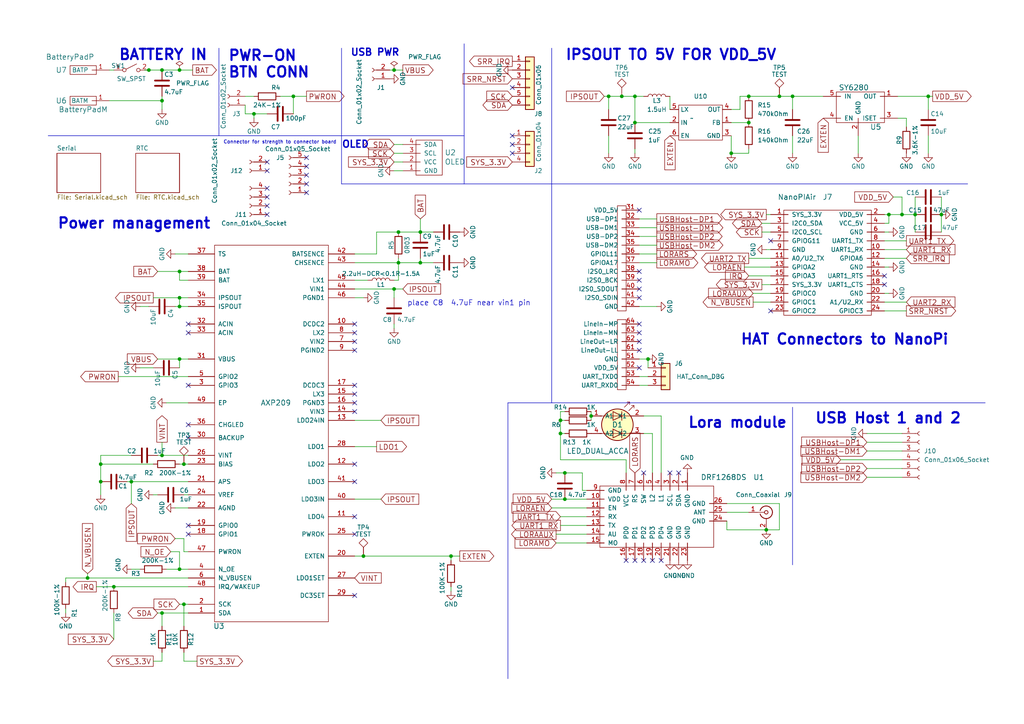
<source format=kicad_sch>
(kicad_sch (version 20230121) (generator eeschema)
  (paper "A4")
  (title_block (title "WiRoc NanoPI Hat") (date "2018-03-31") (rev "1") (company "Henrik Larsson"))
  (junction (at 163.83 137.16))
  (junction (at 85.09 27.94))
  (junction (at 162.56 121.92))
  (junction (at 52.07 86.36))
  (junction (at 46.99 177.8))
  (junction (at 114.3 20.32))
  (junction (at 226.06 27.94))
  (junction (at 52.07 78.74))
  (junction (at 222.25 153.67))
  (junction (at 29.21 134.62))
  (junction (at 33.02 170.18))
  (junction (at 52.07 104.14))
  (junction (at 187.96 104.14))
  (junction (at 269.24 27.94))
  (junction (at 105.41 161.29))
  (junction (at 38.1 139.7))
  (junction (at 115.57 67.31))
  (junction (at 46.99 29.21))
  (junction (at 73.66 33.02))
  (junction (at 180.34 27.94))
  (junction (at 176.53 27.94))
  (junction (at 121.92 67.31))
  (junction (at 53.34 175.26))
  (junction (at 217.17 35.56))
  (junction (at 46.99 20.32))
  (junction (at 52.07 20.32))
  (junction (at 184.15 27.94))
  (junction (at 273.05 62.23))
  (junction (at 184.15 35.56))
  (junction (at 162.56 125.73))
  (junction (at 121.92 76.2))
  (junction (at 217.17 27.94))
  (junction (at 46.99 132.08))
  (junction (at 29.21 139.7))
  (junction (at 163.83 144.78))
  (junction (at 212.09 44.45))
  (junction (at 52.07 88.9))
  (junction (at 229.87 27.94))
  (junction (at 25.4 167.64))
  (junction (at 43.18 20.32))
  (junction (at 171.45 120.65))
  (junction (at 261.62 62.23))
  (junction (at 52.07 165.1))
  (junction (at 114.3 83.82))
  (junction (at 130.81 161.29))
  (junction (at 115.57 76.2))
  (junction (at 53.34 134.62))
  (junction (at 257.81 62.23))
  (junction (at 265.43 62.23))
  (no_connect (at 223.52 90.17))
  (no_connect (at 102.87 116.84))
  (no_connect (at 102.87 119.38))
  (no_connect (at 256.54 82.55))
  (no_connect (at 54.61 154.94))
  (no_connect (at 102.87 114.3))
  (no_connect (at 186.69 162.56))
  (no_connect (at 102.87 172.72))
  (no_connect (at 88.9 48.26))
  (no_connect (at 54.61 127))
  (no_connect (at 185.42 101.6))
  (no_connect (at 191.77 162.56))
  (no_connect (at 181.61 162.56))
  (no_connect (at 148.59 39.37))
  (no_connect (at 102.87 134.62))
  (no_connect (at 77.47 57.15))
  (no_connect (at 54.61 123.19))
  (no_connect (at 54.61 111.76))
  (no_connect (at 54.61 96.52))
  (no_connect (at 148.59 25.4))
  (no_connect (at 54.61 152.4))
  (no_connect (at 88.9 50.8))
  (no_connect (at 102.87 93.98))
  (no_connect (at 148.59 44.45))
  (no_connect (at 102.87 111.76))
  (no_connect (at 185.42 81.28))
  (no_connect (at 196.85 137.16))
  (no_connect (at 54.61 93.98))
  (no_connect (at 77.47 49.53))
  (no_connect (at 102.87 149.86))
  (no_connect (at 102.87 101.6))
  (no_connect (at 102.87 96.52))
  (no_connect (at 185.42 78.74))
  (no_connect (at 102.87 99.06))
  (no_connect (at 88.9 55.88))
  (no_connect (at 185.42 93.98))
  (no_connect (at 88.9 53.34))
  (no_connect (at 77.47 59.69))
  (no_connect (at 185.42 86.36))
  (no_connect (at 186.69 137.16))
  (no_connect (at 185.42 106.68))
  (no_connect (at 77.47 54.61))
  (no_connect (at 184.15 162.56))
  (no_connect (at 185.42 60.96))
  (no_connect (at 189.23 162.56))
  (no_connect (at 88.9 45.72))
  (no_connect (at 256.54 80.01))
  (no_connect (at 77.47 62.23))
  (no_connect (at 77.47 46.99))
  (no_connect (at 148.59 41.91))
  (no_connect (at 102.87 154.94))
  (no_connect (at 102.87 139.7))
  (no_connect (at 185.42 99.06))
  (no_connect (at 185.42 83.82))
  (no_connect (at 223.52 69.85))
  (no_connect (at 185.42 96.52))
  (no_connect (at 194.31 137.16))
  (wire (pts (xy 185.42 76.2) (xy 190.5 76.2)))
  (wire (pts (xy 168.91 137.16) (xy 163.83 137.16)))
  (wire (pts (xy 52.07 20.32) (xy 55.88 20.32)))
  (wire (pts (xy 29.21 139.7) (xy 29.21 143.51)))
  (wire (pts (xy 52.07 175.26) (xy 53.34 175.26)))
  (wire (pts (xy 115.57 67.31) (xy 121.92 67.31)))
  (wire (pts (xy 191.77 120.65) (xy 186.69 120.65)))
  (wire (pts (xy 36.83 139.7) (xy 38.1 139.7)))
  (wire (pts (xy 115.57 76.2) (xy 115.57 81.28)))
  (wire (pts (xy 53.34 191.77) (xy 57.15 191.77)))
  (wire (pts (xy 184.15 27.94) (xy 186.69 27.94)))
  (polyline (pts (xy 147.32 196.85) (xy 147.32 116.84)))
  (wire (pts (xy 210.82 153.67) (xy 210.82 151.13)))
  (wire (pts (xy 54.61 81.28) (xy 52.07 81.28)))
  (wire (pts (xy 269.24 31.75) (xy 269.24 27.94)))
  (wire (pts (xy 25.4 167.64) (xy 54.61 167.64)))
  (wire (pts (xy 46.99 181.61) (xy 46.99 177.8)))
  (wire (pts (xy 217.17 44.45) (xy 212.09 44.45)))
  (wire (pts (xy 194.31 35.56) (xy 184.15 35.56)))
  (wire (pts (xy 214.63 31.75) (xy 212.09 31.75)))
  (wire (pts (xy 41.91 20.32) (xy 43.18 20.32)))
  (wire (pts (xy 121.92 76.2) (xy 121.92 74.93)))
  (wire (pts (xy 257.81 62.23) (xy 261.62 62.23)))
  (wire (pts (xy 185.42 109.22) (xy 187.96 109.22)))
  (wire (pts (xy 50.8 147.32) (xy 54.61 147.32)))
  (wire (pts (xy 121.92 76.2) (xy 125.73 76.2)))
  (wire (pts (xy 223.52 67.31) (xy 220.98 67.31)))
  (wire (pts (xy 265.43 67.31) (xy 265.43 62.23)))
  (wire (pts (xy 212.09 35.56) (xy 217.17 35.56)))
  (wire (pts (xy 171.45 119.38) (xy 171.45 120.65)))
  (wire (pts (xy 256.54 85.09) (xy 257.81 85.09)))
  (wire (pts (xy 46.99 27.94) (xy 46.99 29.21)))
  (wire (pts (xy 256.54 69.85) (xy 262.89 69.85)))
  (wire (pts (xy 27.94 170.18) (xy 33.02 170.18)))
  (wire (pts (xy 162.56 149.86) (xy 170.18 149.86)))
  (wire (pts (xy 130.81 161.29) (xy 133.35 161.29)))
  (wire (pts (xy 220.98 64.77) (xy 223.52 64.77)))
  (wire (pts (xy 256.54 74.93) (xy 262.89 74.93)))
  (polyline (pts (xy 147.32 116.84) (xy 285.75 116.84)))
  (wire (pts (xy 38.1 132.08) (xy 29.21 132.08)))
  (wire (pts (xy 259.08 57.15) (xy 261.62 57.15)))
  (wire (pts (xy 53.34 156.21) (xy 53.34 160.02)))
  (wire (pts (xy 54.61 143.51) (xy 53.34 143.51)))
  (wire (pts (xy 114.3 46.99) (xy 116.84 46.99)))
  (wire (pts (xy 105.41 86.36) (xy 102.87 86.36)))
  (wire (pts (xy 251.46 138.43) (xy 261.62 138.43)))
  (wire (pts (xy 176.53 39.37) (xy 176.53 44.45)))
  (wire (pts (xy 223.52 80.01) (xy 217.17 80.01)))
  (wire (pts (xy 261.62 133.35) (xy 243.84 133.35)))
  (wire (pts (xy 45.72 132.08) (xy 46.99 132.08)))
  (polyline (pts (xy 63.5 39.37) (xy 63.5 13.97)))
  (wire (pts (xy 256.54 62.23) (xy 257.81 62.23)))
  (wire (pts (xy 53.34 156.21) (xy 50.8 156.21)))
  (wire (pts (xy 248.92 39.37) (xy 248.92 44.45)))
  (wire (pts (xy 170.18 157.48) (xy 161.29 157.48)))
  (polyline (pts (xy 160.02 13.97) (xy 160.02 116.84)))
  (wire (pts (xy 130.81 170.18) (xy 130.81 171.45)))
  (wire (pts (xy 257.81 77.47) (xy 256.54 77.47)))
  (wire (pts (xy 33.02 177.8) (xy 33.02 185.42)))
  (wire (pts (xy 162.56 125.73) (xy 162.56 133.35)))
  (wire (pts (xy 33.02 170.18) (xy 54.61 170.18)))
  (wire (pts (xy 114.3 41.91) (xy 116.84 41.91)))
  (polyline (pts (xy 160.02 53.34) (xy 280.67 53.34)))
  (wire (pts (xy 38.1 146.05) (xy 38.1 139.7)))
  (polyline (pts (xy 229.87 118.11) (xy 229.87 163.83)))
  (wire (pts (xy 52.07 81.28) (xy 52.07 78.74)))
  (wire (pts (xy 163.83 125.73) (xy 162.56 125.73)))
  (wire (pts (xy 170.18 142.24) (xy 168.91 142.24)))
  (wire (pts (xy 46.99 128.27) (xy 46.99 132.08)))
  (wire (pts (xy 190.5 66.04) (xy 185.42 66.04)))
  (wire (pts (xy 54.61 165.1) (xy 52.07 165.1)))
  (wire (pts (xy 190.5 71.12) (xy 185.42 71.12)))
  (wire (pts (xy 256.54 64.77) (xy 257.81 64.77)))
  (wire (pts (xy 115.57 81.28) (xy 114.3 81.28)))
  (wire (pts (xy 212.09 39.37) (xy 212.09 44.45)))
  (wire (pts (xy 189.23 137.16) (xy 189.23 125.73)))
  (wire (pts (xy 46.99 132.08) (xy 54.61 132.08)))
  (wire (pts (xy 102.87 129.54) (xy 109.22 129.54)))
  (wire (pts (xy 114.3 20.32) (xy 116.84 20.32)))
  (wire (pts (xy 73.66 33.02) (xy 73.66 34.29)))
  (wire (pts (xy 273.05 57.15) (xy 273.05 62.23)))
  (wire (pts (xy 130.81 162.56) (xy 130.81 161.29)))
  (wire (pts (xy 226.06 27.94) (xy 229.87 27.94)))
  (wire (pts (xy 215.9 77.47) (xy 223.52 77.47)))
  (wire (pts (xy 257.81 64.77) (xy 257.81 62.23)))
  (wire (pts (xy 191.77 137.16) (xy 191.77 120.65)))
  (wire (pts (xy 181.61 133.35) (xy 181.61 137.16)))
  (wire (pts (xy 273.05 67.31) (xy 273.05 62.23)))
  (wire (pts (xy 185.42 73.66) (xy 190.5 73.66)))
  (polyline (pts (xy 13.97 39.37) (xy 134.62 39.37)))
  (polyline (pts (xy 99.06 13.97) (xy 99.06 53.34)))
  (wire (pts (xy 49.53 160.02) (xy 52.07 160.02)))
  (wire (pts (xy 121.92 67.31) (xy 125.73 67.31)))
  (wire (pts (xy 269.24 27.94) (xy 270.51 27.94)))
  (wire (pts (xy 38.1 165.1) (xy 40.64 165.1)))
  (wire (pts (xy 102.87 161.29) (xy 105.41 161.29)))
  (wire (pts (xy 109.22 67.31) (xy 115.57 67.31)))
  (wire (pts (xy 222.25 153.67) (xy 226.06 153.67)))
  (wire (pts (xy 44.45 143.51) (xy 45.72 143.51)))
  (wire (pts (xy 180.34 27.94) (xy 176.53 27.94)))
  (wire (pts (xy 52.07 104.14) (xy 54.61 104.14)))
  (wire (pts (xy 53.34 189.23) (xy 53.34 191.77)))
  (wire (pts (xy 160.02 144.78) (xy 163.83 144.78)))
  (wire (pts (xy 46.99 29.21) (xy 46.99 31.75)))
  (wire (pts (xy 46.99 177.8) (xy 45.72 177.8)))
  (wire (pts (xy 52.07 78.74) (xy 54.61 78.74)))
  (polyline (pts (xy 99.06 53.34) (xy 160.02 53.34)))
  (wire (pts (xy 19.05 168.91) (xy 19.05 167.64)))
  (wire (pts (xy 40.64 88.9) (xy 43.18 88.9)))
  (wire (pts (xy 73.66 33.02) (xy 77.47 33.02)))
  (wire (pts (xy 226.06 146.05) (xy 226.06 153.67)))
  (wire (pts (xy 102.87 73.66) (xy 109.22 73.66)))
  (wire (pts (xy 38.1 139.7) (xy 54.61 139.7)))
  (wire (pts (xy 194.31 31.75) (xy 194.31 27.94)))
  (wire (pts (xy 184.15 43.18) (xy 184.15 44.45)))
  (wire (pts (xy 102.87 76.2) (xy 115.57 76.2)))
  (wire (pts (xy 163.83 144.78) (xy 170.18 144.78)))
  (wire (pts (xy 214.63 27.94) (xy 217.17 27.94)))
  (wire (pts (xy 185.42 68.58) (xy 190.5 68.58)))
  (wire (pts (xy 52.07 86.36) (xy 54.61 86.36)))
  (wire (pts (xy 162.56 133.35) (xy 181.61 133.35)))
  (wire (pts (xy 210.82 153.67) (xy 222.25 153.67)))
  (wire (pts (xy 217.17 74.93) (xy 223.52 74.93)))
  (wire (pts (xy 261.62 57.15) (xy 261.62 62.23)))
  (wire (pts (xy 31.75 29.21) (xy 46.99 29.21)))
  (wire (pts (xy 256.54 67.31) (xy 257.81 67.31)))
  (wire (pts (xy 114.3 44.45) (xy 116.84 44.45)))
  (wire (pts (xy 31.75 20.32) (xy 33.02 20.32)))
  (wire (pts (xy 45.72 78.74) (xy 52.07 78.74)))
  (wire (pts (xy 44.45 134.62) (xy 29.21 134.62)))
  (wire (pts (xy 262.89 34.29) (xy 260.35 34.29)))
  (wire (pts (xy 269.24 44.45) (xy 269.24 39.37)))
  (polyline (pts (xy 134.62 12.7) (xy 134.62 53.34)))
  (wire (pts (xy 52.07 88.9) (xy 52.07 86.36)))
  (wire (pts (xy 53.34 175.26) (xy 53.34 181.61)))
  (wire (pts (xy 184.15 27.94) (xy 184.15 35.56)))
  (wire (pts (xy 71.12 27.94) (xy 73.66 27.94)))
  (wire (pts (xy 210.82 146.05) (xy 226.06 146.05)))
  (wire (pts (xy 262.89 87.63) (xy 256.54 87.63)))
  (wire (pts (xy 265.43 57.15) (xy 265.43 62.23)))
  (wire (pts (xy 260.35 27.94) (xy 269.24 27.94)))
  (wire (pts (xy 102.87 121.92) (xy 110.49 121.92)))
  (wire (pts (xy 217.17 43.18) (xy 217.17 44.45)))
  (wire (pts (xy 19.05 167.64) (xy 25.4 167.64)))
  (wire (pts (xy 218.44 87.63) (xy 223.52 87.63)))
  (wire (pts (xy 162.56 152.4) (xy 170.18 152.4)))
  (wire (pts (xy 34.29 109.22) (xy 54.61 109.22)))
  (wire (pts (xy 163.83 121.92) (xy 162.56 121.92)))
  (wire (pts (xy 46.99 191.77) (xy 44.45 191.77)))
  (wire (pts (xy 210.82 148.59) (xy 217.17 148.59)))
  (wire (pts (xy 29.21 132.08) (xy 29.21 134.62)))
  (wire (pts (xy 162.56 119.38) (xy 162.56 121.92)))
  (wire (pts (xy 256.54 90.17) (xy 262.89 90.17)))
  (wire (pts (xy 184.15 27.94) (xy 180.34 27.94)))
  (wire (pts (xy 102.87 81.28) (xy 106.68 81.28)))
  (wire (pts (xy 114.3 86.36) (xy 114.3 83.82)))
  (wire (pts (xy 114.3 83.82) (xy 116.84 83.82)))
  (wire (pts (xy 251.46 125.73) (xy 261.62 125.73)))
  (wire (pts (xy 85.09 33.02) (xy 85.09 27.94)))
  (wire (pts (xy 223.52 62.23) (xy 222.25 62.23)))
  (wire (pts (xy 261.62 128.27) (xy 251.46 128.27)))
  (wire (pts (xy 185.42 111.76) (xy 187.96 111.76)))
  (wire (pts (xy 45.72 104.14) (xy 52.07 104.14)))
  (wire (pts (xy 102.87 83.82) (xy 114.3 83.82)))
  (wire (pts (xy 229.87 27.94) (xy 238.76 27.94)))
  (wire (pts (xy 71.12 33.02) (xy 71.12 30.48)))
  (wire (pts (xy 226.06 27.94) (xy 217.17 27.94)))
  (wire (pts (xy 50.8 88.9) (xy 52.07 88.9)))
  (wire (pts (xy 187.96 106.68) (xy 187.96 104.14)))
  (wire (pts (xy 161.29 137.16) (xy 163.83 137.16)))
  (wire (pts (xy 223.52 72.39) (xy 222.25 72.39)))
  (wire (pts (xy 40.64 106.68) (xy 44.45 106.68)))
  (wire (pts (xy 229.87 31.75) (xy 229.87 27.94)))
  (wire (pts (xy 54.61 116.84) (xy 48.26 116.84)))
  (wire (pts (xy 53.34 175.26) (xy 54.61 175.26)))
  (wire (pts (xy 114.3 49.53) (xy 116.84 49.53)))
  (wire (pts (xy 53.34 134.62) (xy 54.61 134.62)))
  (wire (pts (xy 171.45 121.92) (xy 171.45 120.65)))
  (wire (pts (xy 170.18 154.94) (xy 161.29 154.94)))
  (wire (pts (xy 115.57 76.2) (xy 121.92 76.2)))
  (wire (pts (xy 102.87 144.78) (xy 110.49 144.78)))
  (wire (pts (xy 256.54 72.39) (xy 262.89 72.39)))
  (wire (pts (xy 220.98 82.55) (xy 223.52 82.55)))
  (wire (pts (xy 115.57 74.93) (xy 115.57 76.2)))
  (wire (pts (xy 85.09 27.94) (xy 88.9 27.94)))
  (wire (pts (xy 185.42 104.14) (xy 187.96 104.14)))
  (wire (pts (xy 52.07 134.62) (xy 53.34 134.62)))
  (wire (pts (xy 163.83 119.38) (xy 162.56 119.38)))
  (wire (pts (xy 46.99 189.23) (xy 46.99 191.77)))
  (wire (pts (xy 176.53 27.94) (xy 176.53 31.75)))
  (wire (pts (xy 52.07 88.9) (xy 54.61 88.9)))
  (wire (pts (xy 44.45 86.36) (xy 52.07 86.36)))
  (wire (pts (xy 262.89 36.83) (xy 262.89 34.29)))
  (wire (pts (xy 261.62 62.23) (xy 265.43 62.23)))
  (wire (pts (xy 261.62 135.89) (xy 251.46 135.89)))
  (wire (pts (xy 121.92 67.31) (xy 121.92 63.5)))
  (wire (pts (xy 168.91 142.24) (xy 168.91 137.16)))
  (wire (pts (xy 71.12 33.02) (xy 73.66 33.02)))
  (wire (pts (xy 189.23 125.73) (xy 186.69 125.73)))
  (wire (pts (xy 162.56 121.92) (xy 162.56 125.73)))
  (wire (pts (xy 43.18 20.32) (xy 46.99 20.32)))
  (wire (pts (xy 229.87 39.37) (xy 229.87 44.45)))
  (wire (pts (xy 160.02 147.32) (xy 170.18 147.32)))
  (wire (pts (xy 25.4 166.37) (xy 25.4 167.64)))
  (wire (pts (xy 52.07 106.68) (xy 52.07 104.14)))
  (wire (pts (xy 251.46 130.81) (xy 261.62 130.81)))
  (wire (pts (xy 81.28 27.94) (xy 85.09 27.94)))
  (wire (pts (xy 54.61 73.66) (xy 50.8 73.66)))
  (wire (pts (xy 105.41 161.29) (xy 130.81 161.29)))
  (wire (pts (xy 113.03 20.32) (xy 114.3 20.32)))
  (wire (pts (xy 52.07 165.1) (xy 48.26 165.1)))
  (wire (pts (xy 46.99 20.32) (xy 52.07 20.32)))
  (wire (pts (xy 175.26 27.94) (xy 176.53 27.94)))
  (wire (pts (xy 29.21 134.62) (xy 29.21 139.7)))
  (wire (pts (xy 52.07 160.02) (xy 52.07 165.1)))
  (wire (pts (xy 53.34 160.02) (xy 54.61 160.02)))
  (wire (pts (xy 19.05 177.8) (xy 19.05 176.53)))
  (wire (pts (xy 114.3 95.25) (xy 114.3 93.98)))
  (wire (pts (xy 109.22 73.66) (xy 109.22 67.31)))
  (wire (pts (xy 214.63 31.75) (xy 214.63 27.94)))
  (wire (pts (xy 185.42 88.9) (xy 190.5 88.9)))
  (wire (pts (xy 54.61 177.8) (xy 46.99 177.8)))
  (wire (pts (xy 218.44 85.09) (xy 223.52 85.09)))
  (wire (pts (xy 185.42 63.5) (xy 190.5 63.5)))
  (text "place C8  4.7uF near vin1 pin" (at 118.11 88.9 0) (effects (font (size 1.524 1.524)) (justify left bottom)))
  (text "USB PWR" (at 101.6 16.51 0) (effects (font (size 2.0066 2.0066) (thickness 0.4013) bold) (justify left bottom)))
  (text "Lora module" (at 199.39 124.46 0) (effects (font (size 2.9972 2.9972) (thickness 0.5994) bold) (justify left bottom)))
  (text "HAT Connectors to NanoPi" (at 214.63 100.33 0) (effects (font (size 2.9972 2.9972) (thickness 0.5994) bold) (justify left bottom)))
  (text "IPSOUT TO 5V FOR VDD_5V" (at 163.83 17.78 0) (effects (font (size 2.9972 2.9972) (thickness 0.5994) bold) (justify left bottom)))
  (text "PWR-ON\nBTN CONN" (at 66.04 22.86 0) (effects (font (size 2.9972 2.9972) (thickness 0.5994) bold) (justify left bottom)))
  (text "Power management" (at 16.51 66.675 0) (effects (font (size 2.9972 2.9972) (thickness 0.5994) bold) (justify left bottom)))
  (text "OLED" (at 99.06 43.18 0) (effects (font (size 2.0066 2.0066) (thickness 0.4013) bold) (justify left bottom)))
  (text "Connector for strength to connector board\n" (at 64.77 41.91 0) (effects (font (size 1 1)) (justify left bottom)))
  (text "USB Host 1 and 2" (at 236.22 123.19 0) (effects (font (size 2.9972 2.9972) (thickness 0.5994) bold) (justify left bottom)))
  (text "BATTERY IN" (at 34.29 17.78 0) (effects (font (size 2.9972 2.9972) (thickness 0.5994) bold) (justify left bottom)))
  (global_label "IPSOUT" (shape input) (at 116.84 83.82 0) (effects (font (size 1.524 1.524))) (property "Intersheetrefs" "${INTERSHEET_REFS}" (effects hide)))
  (global_label "SYS_3.3V" (shape output) (at 220.98 82.55 180) (effects (font (size 1.524 1.524))) (property "Intersheetrefs" "${INTERSHEET_REFS}" (effects hide)))
  (global_label "VDD_5V" (shape input) (at 160.02 144.78 180) (effects (font (size 1.524 1.524))) (property "Intersheetrefs" "${INTERSHEET_REFS}" (effects hide)))
  (global_label "SRR_NRST" (shape input) (at 148.59 22.86 180) (effects (font (size 1.524 1.524))) (property "Intersheetrefs" "${INTERSHEET_REFS}" (effects hide)))
  (global_label "VINT" (shape output) (at 46.99 128.27 90) (effects (font (size 1.524 1.524))) (property "Intersheetrefs" "${INTERSHEET_REFS}" (effects hide)))
  (global_label "PWRON" (shape input) (at 50.8 156.21 180) (effects (font (size 1.524 1.524))) (property "Intersheetrefs" "${INTERSHEET_REFS}" (effects hide)))
  (global_label "LORARS" (shape input) (at 184.15 137.16 90) (effects (font (size 1.524 1.524))) (property "Intersheetrefs" "${INTERSHEET_REFS}" (effects hide)))
  (global_label "USBHost-DP2" (shape input) (at 251.46 135.89 180) (effects (font (size 1.524 1.524))) (property "Intersheetrefs" "${INTERSHEET_REFS}" (effects hide)))
  (global_label "IPSOUT" (shape input) (at 38.1 146.05 270) (effects (font (size 1.524 1.524))) (property "Intersheetrefs" "${INTERSHEET_REFS}" (effects hide)))
  (global_label "VDD_5V" (shape input) (at 243.84 133.35 180) (effects (font (size 1.524 1.524))) (property "Intersheetrefs" "${INTERSHEET_REFS}" (effects hide)))
  (global_label "LORAEN" (shape input) (at 160.02 147.32 180) (effects (font (size 1.524 1.524))) (property "Intersheetrefs" "${INTERSHEET_REFS}" (effects hide)))
  (global_label "SCK" (shape input) (at 52.07 175.26 180) (effects (font (size 1.524 1.524))) (property "Intersheetrefs" "${INTERSHEET_REFS}" (effects hide)))
  (global_label "IPSOUT" (shape input) (at 175.26 27.94 180) (effects (font (size 1.524 1.524))) (property "Intersheetrefs" "${INTERSHEET_REFS}" (effects hide)))
  (global_label "SRR_IRQ" (shape input) (at 262.89 74.93 0) (effects (font (size 1.524 1.524))) (property "Intersheetrefs" "${INTERSHEET_REFS}" (effects hide)))
  (global_label "LDO1" (shape output) (at 109.22 129.54 0) (effects (font (size 1.524 1.524))) (property "Intersheetrefs" "${INTERSHEET_REFS}" (effects hide)))
  (global_label "LORAMO" (shape input) (at 161.29 157.48 180) (effects (font (size 1.524 1.524))) (property "Intersheetrefs" "${INTERSHEET_REFS}" (effects hide)))
  (global_label "VDD_5V" (shape output) (at 270.51 27.94 0) (effects (font (size 1.524 1.524))) (property "Intersheetrefs" "${INTERSHEET_REFS}" (effects hide)))
  (global_label "N_OE" (shape input) (at 49.53 160.02 180) (effects (font (size 1.524 1.524))) (property "Intersheetrefs" "${INTERSHEET_REFS}" (effects hide)))
  (global_label "LORARS" (shape output) (at 190.5 73.66 0) (effects (font (size 1.524 1.524))) (property "Intersheetrefs" "${INTERSHEET_REFS}" (effects hide)))
  (global_label "SDA" (shape bidirectional) (at 114.3 41.91 180) (effects (font (size 1.524 1.524))) (property "Intersheetrefs" "${INTERSHEET_REFS}" (effects hide)))
  (global_label "SYS_3.3V" (shape input) (at 148.59 46.99 180) (effects (font (size 1.524 1.524))) (property "Intersheetrefs" "${INTERSHEET_REFS}" (effects hide)))
  (global_label "SYS_3.3V" (shape output) (at 44.45 191.77 180) (effects (font (size 1.524 1.524))) (property "Intersheetrefs" "${INTERSHEET_REFS}" (effects hide)))
  (global_label "USBHost-DM1" (shape output) (at 190.5 66.04 0) (effects (font (size 1.524 1.524))) (property "Intersheetrefs" "${INTERSHEET_REFS}" (effects hide)))
  (global_label "IRQ" (shape output) (at 27.94 170.18 180) (effects (font (size 1.524 1.524))) (property "Intersheetrefs" "${INTERSHEET_REFS}" (effects hide)))
  (global_label "BAT" (shape input) (at 121.92 63.5 90) (effects (font (size 1.524 1.524))) (property "Intersheetrefs" "${INTERSHEET_REFS}" (effects hide)))
  (global_label "SYS_3.3V" (shape input) (at 33.02 185.42 180) (effects (font (size 1.524 1.524))) (property "Intersheetrefs" "${INTERSHEET_REFS}" (effects hide)))
  (global_label "IPSOUT" (shape input) (at 110.49 121.92 0) (effects (font (size 1.524 1.524))) (property "Intersheetrefs" "${INTERSHEET_REFS}" (effects hide)))
  (global_label "SYS_3.3V" (shape output) (at 57.15 191.77 0) (effects (font (size 1.524 1.524))) (property "Intersheetrefs" "${INTERSHEET_REFS}" (effects hide)))
  (global_label "USBHost-DP1" (shape input) (at 251.46 128.27 180) (effects (font (size 1.524 1.524))) (property "Intersheetrefs" "${INTERSHEET_REFS}" (effects hide)))
  (global_label "LORAEN" (shape output) (at 215.9 77.47 180) (effects (font (size 1.524 1.524))) (property "Intersheetrefs" "${INTERSHEET_REFS}" (effects hide)))
  (global_label "USBHost-DM2" (shape output) (at 190.5 71.12 0) (effects (font (size 1.524 1.524))) (property "Intersheetrefs" "${INTERSHEET_REFS}" (effects hide)))
  (global_label "USBHost-DM2" (shape input) (at 251.46 138.43 180) (effects (font (size 1.524 1.524))) (property "Intersheetrefs" "${INTERSHEET_REFS}" (effects hide)))
  (global_label "N_VBUSEN" (shape output) (at 218.44 87.63 180) (effects (font (size 1.524 1.524))) (property "Intersheetrefs" "${INTERSHEET_REFS}" (effects hide)))
  (global_label "SYS_3.3V" (shape input) (at 114.3 46.99 180) (effects (font (size 1.524 1.524))) (property "Intersheetrefs" "${INTERSHEET_REFS}" (effects hide)))
  (global_label "UART2_RX" (shape input) (at 262.89 87.63 0) (effects (font (size 1.524 1.524))) (property "Intersheetrefs" "${INTERSHEET_REFS}" (effects hide)))
  (global_label "BAT" (shape output) (at 55.88 20.32 0) (effects (font (size 1.524 1.524))) (property "Intersheetrefs" "${INTERSHEET_REFS}" (effects hide)))
  (global_label "UART2_TX" (shape output) (at 217.17 74.93 180) (effects (font (size 1.524 1.524))) (property "Intersheetrefs" "${INTERSHEET_REFS}" (effects hide)))
  (global_label "PWRON" (shape output) (at 34.29 109.22 180) (effects (font (size 1.524 1.524))) (property "Intersheetrefs" "${INTERSHEET_REFS}" (effects hide)))
  (global_label "LORAAUX" (shape input) (at 218.44 85.09 180) (effects (font (size 1.524 1.524))) (property "Intersheetrefs" "${INTERSHEET_REFS}" (effects hide)))
  (global_label "EXTEN" (shape input) (at 194.31 39.37 270) (effects (font (size 1.524 1.524))) (property "Intersheetrefs" "${INTERSHEET_REFS}" (effects hide)))
  (global_label "VBUS" (shape output) (at 116.84 20.32 0) (effects (font (size 1.524 1.524))) (property "Intersheetrefs" "${INTERSHEET_REFS}" (effects hide)))
  (global_label "IPSOUT" (shape output) (at 44.45 86.36 180) (effects (font (size 1.524 1.524))) (property "Intersheetrefs" "${INTERSHEET_REFS}" (effects hide)))
  (global_label "SCK" (shape input) (at 114.3 44.45 180) (effects (font (size 1.524 1.524))) (property "Intersheetrefs" "${INTERSHEET_REFS}" (effects hide)))
  (global_label "LORAMO" (shape output) (at 190.5 76.2 0) (effects (font (size 1.524 1.524))) (property "Intersheetrefs" "${INTERSHEET_REFS}" (effects hide)))
  (global_label "PWRON" (shape output) (at 88.9 27.94 0) (effects (font (size 1.524 1.524))) (property "Intersheetrefs" "${INTERSHEET_REFS}" (effects hide)))
  (global_label "SRR_NRST" (shape output) (at 262.89 90.17 0) (effects (font (size 1.524 1.524))) (property "Intersheetrefs" "${INTERSHEET_REFS}" (effects hide)))
  (global_label "IRQ" (shape input) (at 217.17 80.01 180) (effects (font (size 1.524 1.524))) (property "Intersheetrefs" "${INTERSHEET_REFS}" (effects hide)))
  (global_label "UART1_RX" (shape output) (at 162.56 152.4 180) (effects (font (size 1.524 1.524))) (property "Intersheetrefs" "${INTERSHEET_REFS}" (effects hide)))
  (global_label "UART1_TX" (shape input) (at 162.56 149.86 180) (effects (font (size 1.524 1.524))) (property "Intersheetrefs" "${INTERSHEET_REFS}" (effects hide)))
  (global_label "VDD_5V" (shape input) (at 259.08 57.15 180) (effects (font (size 1.524 1.524))) (property "Intersheetrefs" "${INTERSHEET_REFS}" (effects hide)))
  (global_label "USBHost-DP2" (shape output) (at 190.5 68.58 0) (effects (font (size 1.524 1.524))) (property "Intersheetrefs" "${INTERSHEET_REFS}" (effects hide)))
  (global_label "VINT" (shape input) (at 102.87 167.64 0) (effects (font (size 1.524 1.524))) (property "Intersheetrefs" "${INTERSHEET_REFS}" (effects hide)))
  (global_label "LORAAUX" (shape output) (at 161.29 154.94 180) (effects (font (size 1.524 1.524))) (property "Intersheetrefs" "${INTERSHEET_REFS}" (effects hide)))
  (global_label "SCK" (shape output) (at 220.98 67.31 180) (effects (font (size 1.524 1.524))) (property "Intersheetrefs" "${INTERSHEET_REFS}" (effects hide)))
  (global_label "UART1_TX" (shape output) (at 262.89 69.85 0) (effects (font (size 1.524 1.524))) (property "Intersheetrefs" "${INTERSHEET_REFS}" (effects hide)))
  (global_label "SDA" (shape bidirectional) (at 45.72 177.8 180) (effects (font (size 1.524 1.524))) (property "Intersheetrefs" "${INTERSHEET_REFS}" (effects hide)))
  (global_label "EXTEN" (shape output) (at 133.35 161.29 0) (effects (font (size 1.524 1.524))) (property "Intersheetrefs" "${INTERSHEET_REFS}" (effects hide)))
  (global_label "SRR_IRQ" (shape output) (at 148.59 17.78 180) (effects (font (size 1.524 1.524))) (property "Intersheetrefs" "${INTERSHEET_REFS}" (effects hide)))
  (global_label "VBUS" (shape input) (at 45.72 104.14 180) (effects (font (size 1.524 1.524))) (property "Intersheetrefs" "${INTERSHEET_REFS}" (effects hide)))
  (global_label "SCK" (shape input) (at 148.59 27.94 180) (effects (font (size 1.524 1.524))) (property "Intersheetrefs" "${INTERSHEET_REFS}" (effects hide)))
  (global_label "UART1_RX" (shape input) (at 262.89 72.39 0) (effects (font (size 1.524 1.524))) (property "Intersheetrefs" "${INTERSHEET_REFS}" (effects hide)))
  (global_label "USBHost-DP1" (shape output) (at 190.5 63.5 0) (effects (font (size 1.524 1.524))) (property "Intersheetrefs" "${INTERSHEET_REFS}" (effects hide)))
  (global_label "IPSOUT" (shape input) (at 110.49 144.78 0) (effects (font (size 1.524 1.524))) (property "Intersheetrefs" "${INTERSHEET_REFS}" (effects hide)))
  (global_label "BAT" (shape input) (at 45.72 78.74 180) (effects (font (size 1.524 1.524))) (property "Intersheetrefs" "${INTERSHEET_REFS}" (effects hide)))
  (global_label "USBHost-DM1" (shape input) (at 251.46 130.81 180) (effects (font (size 1.524 1.524))) (property "Intersheetrefs" "${INTERSHEET_REFS}" (effects hide)))
  (global_label "EXTEN" (shape input) (at 238.76 34.29 270) (effects (font (size 1.524 1.524))) (property "Intersheetrefs" "${INTERSHEET_REFS}" (effects hide)))
  (global_label "SDA" (shape bidirectional) (at 148.59 30.48 180) (effects (font (size 1.524 1.524))) (property "Intersheetrefs" "${INTERSHEET_REFS}" (effects hide)))
  (global_label "SDA" (shape bidirectional) (at 220.98 64.77 180) (effects (font (size 1.524 1.524))) (property "Intersheetrefs" "${INTERSHEET_REFS}" (effects hide)))
  (global_label "N_VBUSEN" (shape input) (at 25.4 166.37 90) (effects (font (size 1.524 1.524))) (property "Intersheetrefs" "${INTERSHEET_REFS}" (effects hide)))
  (global_label "SYS_3.3V" (shape output) (at 222.25 62.23 180) (effects (font (size 1.524 1.524))) (property "Intersheetrefs" "${INTERSHEET_REFS}" (effects hide)))
  (symbol (lib_id "WiRoc:axp209") (at 80.01 121.92 0) (unit 1)
    (property "Reference" "U3" (at 63.5 181.61 0) (effects (font (size 1.524 1.524))))
    (property "Value" "AXP209" (at 80.01 116.84 0) (effects (font (size 1.524 1.524))))
    (property "Footprint" "WiRoc:qfn48_6x6mm_Pitch0.4mm" (effects hide))
    (property "Datasheet" "http://dl.linux-sunxi.org/AXP/AXP209_Datasheet_v1.0en.pdf" (effects hide))
    (property "Package" "6mm x 6mm 48-pin QFN" (effects hide))
    (property "ManufacturerPartNumber" "AXP209" (effects hide))
    (property "Description" "Enhanced single Cell Li-Battery and Power System Management IC" (effects hide))
    (property "Manufacturer" "X-Powers Limited" (effects hide))
    (property "Original" "Yes" (effects hide))
    (property "IncludeInBOM" "TRUE" (effects hide))
    (property "WebsiteURL" "https://lcsc.com/product-detail/PMIC-AC-DC-Converters_AXP209_C80525.html" (effects hide))
    (property "ThroughHole" "FALSE" (effects hide))
    (property "LCSC Part #" "C2997895" (effects hide))
  )
  (symbol (lib_id "WiRoc:SY6280") (at 248.92 30.48 0) (unit 1)
    (property "Reference" "U5" (at 254 36.83 0) (effects (font (size 1.524 1.524))))
    (property "Value" "SY6280" (at 247.65 25.4 0) (effects (font (size 1.524 1.524))))
    (property "Footprint" "Package_TO_SOT_SMD:SOT-23-5" (effects hide))
    (property "Datasheet" "https://datasheet.lcsc.com/szlcsc/1810121532_Silergy-Corp-SY6280AAC_C55136.pdf" (effects hide))
    (property "Package" "SOT23-5" (effects hide))
    (property "ManufacturerPartNumber" "SY6280AAC" (effects hide))
    (property "Manufacturer" "Silergy Corp" (effects hide))
    (property "Original" "Yes" (effects hide))
    (property "Description" "Power Distribution Switch, 1In/1Out, Act-High Enable, 1A, Vin 2.4÷5.5V, 80mΩ" (effects hide))
    (property "IncludeInBOM" "TRUE" (effects hide))
    (property "WebsiteURL" "https://lcsc.com/product-detail/PMIC-Power-Distribution-Switches_Silergy_SY6280AAC_SY6280AAC_C55136.html" (effects hide))
    (property "ThroughHole" "FALSE" (effects hide))
    (property "LCSC Part #" "C55136" (effects hide))
    (property "JLCPCB Rotation Offset" "-90" (effects hide))
  )
  (symbol (lib_id "Device:C") (at 269.24 35.56 0) (unit 1)
    (property "Reference" "C14" (at 269.875 33.02 0) (effects (justify left)))
    (property "Value" "10uF" (at 269.875 38.1 0) (effects (justify left)))
    (property "Footprint" "Capacitor_SMD:C_0603_1608Metric" (effects hide))
    (property "Package" "0603" (effects hide))
    (property "ManufacturerPartNumber" "CL10A106KP8NNNC" (effects hide))
    (property "IncludeInBOM" "TRUE" (effects hide))
    (property "Original" "No" (effects hide))
    (property "Manufacturer" "Samsung Electro-Mechanics" (effects hide))
    (property "WebsiteURL" "https://lcsc.com/product-detail/Multilayer-Ceramic-Capacitors-MLCC-SMD-SMT_SAMSUNG_CL10A106KP8NNNC_10uF-106-10-10V_C19702.html" (effects hide))
    (property "ThroughHole" "FALSE" (effects hide))
    (property "LCSC Part #" "C19702" (effects hide))
  )
  (symbol (lib_id "power:GND") (at 269.24 44.45 0) (unit 1)
    (property "Reference" "#PWR04" (effects hide))
    (property "Value" "GND" (at 269.24 48.26 0))
  )
  (symbol (lib_id "Device:R") (at 262.89 40.64 180) (unit 1)
    (property "Reference" "R9" (at 260.858 40.64 90))
    (property "Value" "3.6K-1%" (at 265.43 40.64 90))
    (property "Footprint" "Resistor_SMD:R_0603_1608Metric" (effects hide))
    (property "Package" "0603" (effects hide))
    (property "ManufacturerPartNumber" "0603WAF3601T5E" (effects hide))
    (property "Original" "No" (effects hide))
    (property "Manufacturer" "Uniroyal Elec" (effects hide))
    (property "WebsiteURL" "https://lcsc.com/product-detail/Chip-Resistor-Surface-Mount_3-6KR-3601-1_C100993.html" (effects hide))
    (property "IncludeInBOM" "TRUE" (effects hide))
    (property "ThroughHole" "FALSE" (effects hide))
    (property "LCSC Part #" "C22980" (effects hide))
  )
  (symbol (lib_id "power:GND") (at 248.92 44.45 0) (unit 1)
    (property "Reference" "#PWR05" (effects hide))
    (property "Value" "GND" (at 248.92 48.26 0))
  )
  (symbol (lib_id "power:GND") (at 262.89 44.45 0) (unit 1)
    (property "Reference" "#PWR06" (effects hide))
    (property "Value" "GND" (at 262.89 48.26 0))
  )
  (symbol (lib_id "power:GND") (at 50.8 73.66 270) (unit 1)
    (property "Reference" "#PWR07" (effects hide))
    (property "Value" "GND" (at 46.99 73.66 0))
  )
  (symbol (lib_id "Device:C") (at 46.99 24.13 0) (unit 1)
    (property "Reference" "C3" (at 47.625 21.59 0) (effects (justify left)))
    (property "Value" "4.7uF" (at 47.625 26.67 0) (effects (justify left)))
    (property "Footprint" "Capacitor_SMD:C_0603_1608Metric" (effects hide))
    (property "Package" "0603" (effects hide))
    (property "ManufacturerPartNumber" "CL10A475KO8NNNC" (effects hide))
    (property "IncludeInBOM" "TRUE" (effects hide))
    (property "Original" "No" (effects hide))
    (property "Manufacturer" "Samsung Electro-Mechanics" (effects hide))
    (property "WebsiteURL" "https://lcsc.com/product-detail/Multilayer-Ceramic-Capacitors-MLCC-SMD-SMT_4-7uF-475-10-16V_C99226.html" (effects hide))
    (property "ThroughHole" "FALSE" (effects hide))
    (property "LCSC Part #" "C19666" (effects hide))
  )
  (symbol (lib_id "power:GND") (at 46.99 31.75 0) (unit 1)
    (property "Reference" "#PWR08" (effects hide))
    (property "Value" "GND" (at 46.99 35.56 0))
  )
  (symbol (lib_id "Device:C") (at 46.99 88.9 270) (unit 1)
    (property "Reference" "C4" (at 49.53 89.535 0) (effects (justify left)))
    (property "Value" "10uF" (at 44.45 89.535 0) (effects (justify left)))
    (property "Footprint" "Capacitor_SMD:C_0603_1608Metric" (effects hide))
    (property "Package" "0603" (effects hide))
    (property "IncludeInBOM" "TRUE" (effects hide))
    (property "ManufacturerPartNumber" "CL10A106KP8NNNC" (effects hide))
    (property "Original" "No" (effects hide))
    (property "Manufacturer" "Samsung Electro-Mechanics" (effects hide))
    (property "WebsiteURL" "https://lcsc.com/product-detail/Multilayer-Ceramic-Capacitors-MLCC-SMD-SMT_SAMSUNG_CL10A106KP8NNNC_10uF-106-10-10V_C19702.html" (effects hide))
    (property "ThroughHole" "FALSE" (effects hide))
    (property "LCSC Part #" "C19702" (effects hide))
  )
  (symbol (lib_id "power:GND") (at 40.64 88.9 270) (unit 1)
    (property "Reference" "#PWR09" (effects hide))
    (property "Value" "GND" (at 36.83 88.9 0))
  )
  (symbol (lib_id "Device:R") (at 115.57 71.12 180) (unit 1)
    (property "Reference" "R5" (at 113.538 71.12 90))
    (property "Value" "0R03" (at 118.11 71.12 90))
    (property "Footprint" "Resistor_SMD:R_0805_2012Metric" (effects hide))
    (property "Package" "0805" (effects hide))
    (property "ManufacturerPartNumber" "0805W4F300MT5E" (effects hide))
    (property "IncludeInBOM" "TRUE" (effects hide))
    (property "Original" "No" (effects hide))
    (property "Description" "RESISTOR 0805 0.03Ω 1/8W±1%" (effects hide))
    (property "WebsiteURL" "https://lcsc.com/product-detail/Chip-Resistor-Surface-Mount_0-03R-R030-1_C158159.html" (effects hide))
    (property "Manufacturer" "Uniroyal Elec" (effects hide))
    (property "ThroughHole" "FALSE" (effects hide))
    (property "LCSC Part #" "C247605" (effects hide))
  )
  (symbol (lib_id "Device:C") (at 121.92 71.12 0) (unit 1)
    (property "Reference" "C9" (at 122.555 68.58 0) (effects (justify left)))
    (property "Value" "1uF" (at 122.555 73.66 0) (effects (justify left)))
    (property "Footprint" "Capacitor_SMD:C_0603_1608Metric" (effects hide))
    (property "Datasheet" "https://jlcpcb.com/partdetail/16531-CL10A105KB8NNNC/C15849" (effects hide))
    (property "Package" "0603" (effects hide))
    (property "IncludeInBOM" "TRUE" (effects hide))
    (property "ManufacturerPartNumber" "CL10A105KB8NNNC" (effects hide))
    (property "Original" "No" (effects hide))
    (property "Manufacturer" "Samsung Electro-Mechanics" (effects hide))
    (property "ThroughHole" "FALSE" (effects hide))
    (property "LCSC Part #" "C15849" (effects hide))
  )
  (symbol (lib_id "Device:L") (at 110.49 81.28 90) (unit 1)
    (property "Reference" "L1" (at 110.49 82.55 90))
    (property "Value" "2.2uH-DCR<0.1R-1.5A" (at 110.49 79.375 90))
    (property "Footprint" "WiRoc:Inductor_SLW4018" (effects hide))
    (property "Package" "4018" (effects hide))
    (property "Description" "FIXED IND 2.2UH 1.7A 55 MOHM SMD" (effects hide))
    (property "ManufacturerPartNumber" "SLW4018S2R2MST" (effects hide))
    (property "WebsiteURL" "https://lcsc.com/product-detail/Power-Inductors_2-2uH-20-1-65A_C206341.html" (effects hide))
    (property "Manufacturer" "Sunltech Tech" (effects hide))
    (property "IncludeInBOM" "TRUE" (effects hide))
    (property "Original" "Yes" (effects hide))
    (property "ThroughHole" "FALSE" (effects hide))
    (property "LCSC Part #" "C206341" (effects hide))
  )
  (symbol (lib_id "Device:C") (at 129.54 76.2 270) (unit 1)
    (property "Reference" "C11" (at 132.08 76.835 0) (effects (justify left)))
    (property "Value" "4.7uF" (at 127 76.835 0) (effects (justify left)))
    (property "Footprint" "Capacitor_SMD:C_0603_1608Metric" (effects hide))
    (property "Package" "0603" (effects hide))
    (property "ManufacturerPartNumber" "CL10A475KO8NNNC" (effects hide))
    (property "IncludeInBOM" "TRUE" (effects hide))
    (property "Original" "No" (effects hide))
    (property "Manufacturer" "Samsung Electro-Mechanics" (effects hide))
    (property "WebsiteURL" "https://lcsc.com/product-detail/Multilayer-Ceramic-Capacitors-MLCC-SMD-SMT_4-7uF-475-10-16V_C99226.html" (effects hide))
    (property "ThroughHole" "FALSE" (effects hide))
    (property "LCSC Part #" "C19666" (effects hide))
  )
  (symbol (lib_id "Device:C") (at 129.54 67.31 270) (unit 1)
    (property "Reference" "C10" (at 132.08 67.945 0) (effects (justify left)))
    (property "Value" "4.7uF" (at 127 67.945 0) (effects (justify left)))
    (property "Footprint" "Capacitor_SMD:C_0603_1608Metric" (effects hide))
    (property "Package" "0603" (effects hide))
    (property "ManufacturerPartNumber" "CL10A475KO8NNNC" (effects hide))
    (property "IncludeInBOM" "TRUE" (effects hide))
    (property "Original" "No" (effects hide))
    (property "Manufacturer" "Samsung Electro-Mechanics" (effects hide))
    (property "WebsiteURL" "https://lcsc.com/product-detail/Multilayer-Ceramic-Capacitors-MLCC-SMD-SMT_4-7uF-475-10-16V_C99226.html" (effects hide))
    (property "ThroughHole" "FALSE" (effects hide))
    (property "LCSC Part #" "C19666" (effects hide))
  )
  (symbol (lib_id "power:GND") (at 133.35 67.31 90) (unit 1)
    (property "Reference" "#PWR010" (effects hide))
    (property "Value" "GND" (at 137.16 67.31 0))
  )
  (symbol (lib_id "power:GND") (at 133.35 76.2 90) (unit 1)
    (property "Reference" "#PWR011" (effects hide))
    (property "Value" "GND" (at 137.16 76.2 0))
  )
  (symbol (lib_id "power:GND") (at 114.3 95.25 0) (unit 1)
    (property "Reference" "#PWR012" (effects hide))
    (property "Value" "GND" (at 114.3 99.06 0))
  )
  (symbol (lib_id "power:GND") (at 105.41 86.36 90) (unit 1)
    (property "Reference" "#PWR013" (effects hide))
    (property "Value" "GND" (at 109.22 86.36 0))
  )
  (symbol (lib_id "Device:C") (at 114.3 90.17 180) (unit 1)
    (property "Reference" "C8" (at 113.665 92.71 0) (effects (justify left)))
    (property "Value" "4.7uF" (at 120.65 92.71 0) (effects (justify left)))
    (property "Footprint" "Capacitor_SMD:C_0603_1608Metric" (effects hide))
    (property "Package" "0603" (effects hide))
    (property "ManufacturerPartNumber" "CL10A475KO8NNNC" (effects hide))
    (property "IncludeInBOM" "TRUE" (effects hide))
    (property "Original" "No" (effects hide))
    (property "Manufacturer" "Samsung Electro-Mechanics" (effects hide))
    (property "WebsiteURL" "https://lcsc.com/product-detail/Multilayer-Ceramic-Capacitors-MLCC-SMD-SMT_4-7uF-475-10-16V_C99226.html" (effects hide))
    (property "ThroughHole" "FALSE" (effects hide))
    (property "LCSC Part #" "C19666" (effects hide))
  )
  (symbol (lib_id "power:GND") (at 73.66 34.29 0) (unit 1)
    (property "Reference" "#PWR015" (effects hide))
    (property "Value" "GND" (at 73.66 38.1 0))
  )
  (symbol (lib_id "Device:R") (at 77.47 27.94 90) (unit 1)
    (property "Reference" "R4" (at 80.01 25.4 90))
    (property "Value" "24K-1%" (at 77.47 30.48 90))
    (property "Footprint" "Resistor_SMD:R_0603_1608Metric" (effects hide))
    (property "Package" "0603" (effects hide))
    (property "ManufacturerPartNumber" "0603WAF2402T5E" (effects hide))
    (property "Original" "No" (effects hide))
    (property "Manufacturer" "Uniroyal Elec" (effects hide))
    (property "WebsiteURL" "https://lcsc.com/product-detail/Chip-Resistor-Surface-Mount_1KR-1001-1_C103198.html" (effects hide))
    (property "IncludeInBOM" "TRUE" (effects hide))
    (property "ThroughHole" "FALSE" (effects hide))
    (property "LCSC Part #" "C23352" (effects hide))
  )
  (symbol (lib_id "Device:C") (at 81.28 33.02 90) (unit 1)
    (property "Reference" "C7" (at 81.28 36.83 90) (effects (justify left)))
    (property "Value" "100pF" (at 88.9 34.29 90) (effects (justify left)))
    (property "Footprint" "Capacitor_SMD:C_0603_1608Metric" (effects hide))
    (property "Package" "0603" (effects hide))
    (property "IncludeInBOM" "TRUE" (effects hide))
    (property "ManufacturerPartNumber" "CL10C101JB8NNNC" (effects hide))
    (property "Original" "No" (effects hide))
    (property "Description" "100pF (101) ±5% 50V" (effects hide))
    (property "Manufacturer" "Samsung Electro-Mechanics" (effects hide))
    (property "WebsiteURL" "https://lcsc.com/product-detail/Multilayer-Ceramic-Capacitors-MLCC-SMD-SMT_100pF-101-5-50V_C1635.html" (effects hide))
    (property "ThroughHole" "FALSE" (effects hide))
    (property "LCSC Part #" "C14858" (effects hide))
  )
  (symbol (lib_id "power:GND") (at 50.8 147.32 270) (unit 1)
    (property "Reference" "#PWR016" (effects hide))
    (property "Value" "GND" (at 46.99 147.32 0))
  )
  (symbol (lib_id "power:GND") (at 113.03 22.86 90) (unit 1)
    (property "Reference" "#PWR017" (effects hide))
    (property "Value" "GND" (at 116.84 22.86 0))
  )
  (symbol (lib_id "Device:C") (at 48.26 106.68 270) (unit 1)
    (property "Reference" "C5" (at 50.8 107.315 0) (effects (justify left)))
    (property "Value" "10uF" (at 45.72 107.315 0) (effects (justify left)))
    (property "Footprint" "Capacitor_SMD:C_0603_1608Metric" (effects hide))
    (property "Package" "0603" (effects hide))
    (property "IncludeInBOM" "TRUE" (effects hide))
    (property "ManufacturerPartNumber" "CL10A106KP8NNNC" (effects hide))
    (property "Original" "No" (effects hide))
    (property "Manufacturer" "Samsung Electro-Mechanics" (effects hide))
    (property "WebsiteURL" "https://lcsc.com/product-detail/Multilayer-Ceramic-Capacitors-MLCC-SMD-SMT_SAMSUNG_CL10A106KP8NNNC_10uF-106-10-10V_C19702.html" (effects hide))
    (property "ThroughHole" "FALSE" (effects hide))
    (property "LCSC Part #" "C19702" (effects hide))
  )
  (symbol (lib_id "power:GND") (at 40.64 106.68 270) (unit 1)
    (property "Reference" "#PWR018" (effects hide))
    (property "Value" "GND" (at 36.83 106.68 0))
  )
  (symbol (lib_id "power:GND") (at 48.26 116.84 270) (unit 1)
    (property "Reference" "#PWR019" (effects hide))
    (property "Value" "GND" (at 44.45 116.84 0))
  )
  (symbol (lib_id "Device:C") (at 41.91 132.08 270) (unit 1)
    (property "Reference" "C2" (at 36.83 130.81 90) (effects (justify left)))
    (property "Value" "1uF" (at 44.45 130.81 90) (effects (justify left)))
    (property "Footprint" "Capacitor_SMD:C_0603_1608Metric" (effects hide))
    (property "Datasheet" "https://jlcpcb.com/partdetail/16531-CL10A105KB8NNNC/C15849" (effects hide))
    (property "Package" "0603" (effects hide))
    (property "IncludeInBOM" "TRUE" (effects hide))
    (property "ManufacturerPartNumber" "CL10A105KB8NNNC" (effects hide))
    (property "Original" "No" (effects hide))
    (property "Manufacturer" "Samsung Electro-Mechanics" (effects hide))
    (property "ThroughHole" "FALSE" (effects hide))
    (property "LCSC Part #" "C15849" (effects hide))
  )
  (symbol (lib_id "Device:R") (at 48.26 134.62 90) (unit 1)
    (property "Reference" "R2" (at 43.18 137.16 90))
    (property "Value" "200K-1%" (at 50.8 137.16 90))
    (property "Footprint" "Resistor_SMD:R_0603_1608Metric" (effects hide))
    (property "Package" "0603" (effects hide))
    (property "ManufacturerPartNumber" "0603WAF2003T5E" (effects hide))
    (property "IncludeInBOM" "TRUE" (effects hide))
    (property "Original" "No" (effects hide))
    (property "Manufacturer" "Uniroyal Elec" (effects hide))
    (property "WebsiteURL" "https://lcsc.com/product-detail/Chip-Resistor-Surface-Mount-UniOhm_Uniroyal-Elec-0603WAF2003T5E_C25811.html" (effects hide))
    (property "ThroughHole" "FALSE" (effects hide))
    (property "LCSC Part #" "C25811" (effects hide))
  )
  (symbol (lib_id "power:GND") (at 44.45 143.51 270) (unit 1)
    (property "Reference" "#PWR020" (effects hide))
    (property "Value" "GND" (at 40.64 143.51 0))
  )
  (symbol (lib_id "Device:C") (at 33.02 139.7 270) (unit 1)
    (property "Reference" "C1" (at 34.29 140.97 90) (effects (justify left)))
    (property "Value" "4.7uF" (at 34.29 138.43 90) (effects (justify left)))
    (property "Footprint" "Capacitor_SMD:C_0603_1608Metric" (effects hide))
    (property "Package" "0603" (effects hide))
    (property "IncludeInBOM" "TRUE" (effects hide))
    (property "ManufacturerPartNumber" "CL10A475KO8NNNC" (effects hide))
    (property "Original" "No" (effects hide))
    (property "Manufacturer" "Samsung Electro-Mechanics" (effects hide))
    (property "WebsiteURL" "https://jlcpcb.com/partdetail/20375-CL10A475KO8NNNC/C19666" (effects hide))
    (property "ThroughHole" "FALSE" (effects hide))
    (property "LCSC Part #" "C19666" (effects hide))
  )
  (symbol (lib_id "Device:C") (at 49.53 143.51 270) (unit 1)
    (property "Reference" "C6" (at 52.07 142.24 90) (effects (justify left)))
    (property "Value" "1uF" (at 52.07 144.78 90) (effects (justify left)))
    (property "Footprint" "Capacitor_SMD:C_0603_1608Metric" (effects hide))
    (property "Datasheet" "https://jlcpcb.com/partdetail/16531-CL10A105KB8NNNC/C15849" (effects hide))
    (property "Package" "0603" (effects hide))
    (property "IncludeInBOM" "TRUE" (effects hide))
    (property "ManufacturerPartNumber" "CL10A105KB8NNNC" (effects hide))
    (property "Original" "No" (effects hide))
    (property "Manufacturer" "Samsung Electro-Mechanics" (effects hide))
    (property "ThroughHole" "FALSE" (effects hide))
    (property "LCSC Part #" "C15849" (effects hide))
  )
  (symbol (lib_id "power:GND") (at 29.21 143.51 0) (unit 1)
    (property "Reference" "#PWR021" (effects hide))
    (property "Value" "GND" (at 29.21 147.32 0))
  )
  (symbol (lib_id "power:GND") (at 251.46 125.73 270) (unit 1)
    (property "Reference" "#PWR027" (effects hide))
    (property "Value" "GND" (at 247.65 125.73 0))
  )
  (symbol (lib_id "power:GND") (at 161.29 137.16 270) (unit 1)
    (property "Reference" "#PWR028" (effects hide))
    (property "Value" "GND" (at 157.48 137.16 0))
  )
  (symbol (lib_id "power:GND") (at 19.05 177.8 0) (unit 1)
    (property "Reference" "#PWR029" (effects hide))
    (property "Value" "GND" (at 19.05 181.61 0))
  )
  (symbol (lib_id "Device:R") (at 19.05 172.72 180) (unit 1)
    (property "Reference" "R1" (at 21.59 177.8 90))
    (property "Value" "100K-1%" (at 16.51 173.99 90))
    (property "Footprint" "Resistor_SMD:R_0603_1608Metric" (effects hide))
    (property "Package" "0603" (effects hide))
    (property "ManufacturerPartNumber" "0603WAF1003T5E" (effects hide))
    (property "IncludeInBOM" "TRUE" (effects hide))
    (property "Original" "No" (effects hide))
    (property "Manufacturer" "Uniroyal Elec" (effects hide))
    (property "WebsiteURL" "https://lcsc.com/product-detail/Chip-Resistor-Surface-Mount-UniOhm_Uniroyal-Elec-0603WAF1003T5E_C25803.html" (effects hide))
    (property "ThroughHole" "FALSE" (effects hide))
    (property "LCSC Part #" "C25803" (effects hide))
  )
  (symbol (lib_id "Device:R") (at 44.45 165.1 90) (unit 1)
    (property "Reference" "R3" (at 39.37 166.37 90))
    (property "Value" "200K-1%" (at 45.72 162.56 90))
    (property "Footprint" "Resistor_SMD:R_0603_1608Metric" (effects hide))
    (property "Package" "0603" (effects hide))
    (property "ManufacturerPartNumber" "0603WAF2003T5E" (effects hide))
    (property "IncludeInBOM" "TRUE" (effects hide))
    (property "Original" "No" (effects hide))
    (property "Manufacturer" "Uniroyal Elec" (effects hide))
    (property "WebsiteURL" "https://lcsc.com/product-detail/Chip-Resistor-Surface-Mount-UniOhm_Uniroyal-Elec-0603WAF2003T5E_C25811.html" (effects hide))
    (property "ThroughHole" "FALSE" (effects hide))
    (property "LCSC Part #" "C25811" (effects hide))
  )
  (symbol (lib_id "power:GND") (at 38.1 165.1 270) (unit 1)
    (property "Reference" "#PWR030" (effects hide))
    (property "Value" "GND" (at 34.29 163.83 0))
  )
  (symbol (lib_id "WiRoc:TEST") (at 105.41 161.29 0) (unit 1) (in_bom no)
    (property "Reference" "TP4" (at 105.41 153.67 0) (effects (justify bottom)))
    (property "Value" "TEST" (at 105.41 154.94 0))
    (property "Footprint" "TestPoint:TestPoint_Pad_D1.0mm" (effects hide))
    (property "IncludeInBOM" "FALSE" (effects hide))
    (property "ThroughHole" "FALSE" (effects hide))
  )
  (symbol (lib_id "WiRoc:TEST") (at 53.34 134.62 0) (unit 1) (in_bom no)
    (property "Reference" "TP3" (at 53.34 127 0) (effects (justify bottom)))
    (property "Value" "TEST" (at 53.34 128.27 0))
    (property "Footprint" "TestPoint:TestPoint_Pad_D1.0mm" (effects hide))
    (property "IncludeInBOM" "FALSE" (effects hide))
    (property "ThroughHole" "FALSE" (effects hide))
  )
  (symbol (lib_id "Device:R") (at 130.81 166.37 180) (unit 1)
    (property "Reference" "R10" (at 133.35 171.45 90))
    (property "Value" "100K-1%" (at 128.27 167.64 90))
    (property "Footprint" "Resistor_SMD:R_0603_1608Metric" (effects hide))
    (property "Package" "0603" (effects hide))
    (property "ManufacturerPartNumber" "0603WAF1003T5E" (effects hide))
    (property "IncludeInBOM" "TRUE" (effects hide))
    (property "Original" "No" (effects hide))
    (property "Manufacturer" "Uniroyal Elec" (effects hide))
    (property "WebsiteURL" "https://lcsc.com/product-detail/Chip-Resistor-Surface-Mount-UniOhm_Uniroyal-Elec-0603WAF1003T5E_C25803.html" (effects hide))
    (property "ThroughHole" "FALSE" (effects hide))
    (property "LCSC Part #" "C25803" (effects hide))
  )
  (symbol (lib_id "power:GND") (at 130.81 171.45 0) (unit 1)
    (property "Reference" "#PWR032" (effects hide))
    (property "Value" "GND" (at 130.81 175.26 0))
  )
  (symbol (lib_id "Device:R") (at 46.99 185.42 0) (unit 1)
    (property "Reference" "R11" (at 49.022 185.42 90))
    (property "Value" "10K" (at 44.45 185.42 90))
    (property "Footprint" "Resistor_SMD:R_0603_1608Metric" (effects hide))
    (property "Package" "0603" (effects hide))
    (property "ManufacturerPartNumber" "0603WAF1002T5E" (effects hide))
    (property "IncludeInBOM" "TRUE" (effects hide))
    (property "Original" "No" (effects hide))
    (property "Description" "RESISTOR 0603 10KΩ" (effects hide))
    (property "WebsiteURL" "https://lcsc.com/product-detail/Chip-Resistor-Surface-Mount_10KR-103-5_C108450.html" (effects hide))
    (property "Manufacturer" "Uniroyal Elec" (effects hide))
    (property "ThroughHole" "FALSE" (effects hide))
    (property "LCSC Part #" "C25804" (effects hide))
  )
  (symbol (lib_id "Device:R") (at 53.34 185.42 0) (unit 1)
    (property "Reference" "R12" (at 55.372 185.42 90))
    (property "Value" "10K" (at 50.8 185.42 90))
    (property "Footprint" "Resistor_SMD:R_0603_1608Metric" (effects hide))
    (property "Package" "0603" (effects hide))
    (property "ManufacturerPartNumber" "0603WAF1002T5E" (effects hide))
    (property "IncludeInBOM" "TRUE" (effects hide))
    (property "Original" "No" (effects hide))
    (property "Description" "RESISTOR 0603 10KΩ" (effects hide))
    (property "WebsiteURL" "https://lcsc.com/product-detail/Chip-Resistor-Surface-Mount_10KR-103-5_C108450.html" (effects hide))
    (property "Manufacturer" "Uniroyal Elec" (effects hide))
    (property "ThroughHole" "FALSE" (effects hide))
    (property "LCSC Part #" "C25804" (effects hide))
  )
  (symbol (lib_id "WiRoc:NanoPIAir") (at 213.36 78.74 0) (unit 1) (in_bom no)
    (property "Reference" "J7" (at 240.03 57.15 0) (effects (font (size 1.524 1.524))))
    (property "Value" "NanoPIAir" (at 231.14 57.15 0) (effects (font (size 1.524 1.524))))
    (property "Footprint" "WiRoc:NanoPiNeoAirAllPins" (effects hide))
    (property "IncludeInBOM" "FALSE" (effects hide))
    (property "Manufacturer" "Boom Precision Elec" (effects hide))
    (property "ManufacturerPartNumber" "2.54mm 2x40P" (effects hide))
    (property "Original" "No" (effects hide))
    (property "Package" "-" (effects hide))
    (property "WebsiteURL" "https://lcsc.com/product-detail/Pin-Header-Female-Header_BOOMELE-Boom-Precision-Elec-2-54mm-2x40P_C2333.html" (effects hide))
    (property "ThroughHole" "TRUE" (effects hide))
  )
  (symbol (lib_id "power:GND") (at 190.5 88.9 90) (unit 1)
    (property "Reference" "#PWR0101" (effects hide))
    (property "Value" "GND" (at 194.31 88.9 0))
  )
  (symbol (lib_id "power:GND") (at 222.25 72.39 270) (unit 1)
    (property "Reference" "#PWR0102" (effects hide))
    (property "Value" "GND" (at 218.44 72.39 0))
  )
  (symbol (lib_id "power:GND") (at 257.81 67.31 90) (unit 1)
    (property "Reference" "#PWR0103" (effects hide))
    (property "Value" "GND" (at 261.62 67.31 0))
  )
  (symbol (lib_id "power:GND") (at 257.81 85.09 90) (unit 1)
    (property "Reference" "#PWR0104" (effects hide))
    (property "Value" "GND" (at 261.62 85.09 0))
  )
  (symbol (lib_id "power:GND") (at 257.81 77.47 90) (unit 1)
    (property "Reference" "#PWR0105" (effects hide))
    (property "Value" "GND" (at 261.62 77.47 0))
  )
  (symbol (lib_id "Connector_Generic:Conn_01x03") (at 193.04 109.22 0) (unit 1) (in_bom no)
    (property "Reference" "J6" (at 196.85 105.41 0))
    (property "Value" "HAT_Conn_DBG" (at 203.2 109.22 0))
    (property "Footprint" "WiRoc:Pin_Header_Straight_1x03_Pitch2.54mm" (effects hide))
    (property "Package" "1x 3P-2.54" (effects hide))
    (property "IncludeInBOM" "FALSE" (effects hide))
    (property "Original" "No" (effects hide))
    (property "Description" "Serial debug port" (effects hide))
    (property "Manufacturer" "Boom Precision Elec" (effects hide))
    (property "WebsiteURL" "https://lcsc.com/product-detail/Male-Header_2-54mm-1-40P-Straight-Headers-Pins_C2337.html" (effects hide))
    (property "ManufacturerPartNumber" "2.54mm 1x40P" (effects hide))
    (property "ThroughHole" "TRUE" (effects hide))
  )
  (symbol (lib_id "power:GND") (at 187.96 104.14 90) (unit 1)
    (property "Reference" "#PWR0106" (effects hide))
    (property "Value" "GND" (at 191.77 104.14 0))
  )
  (symbol (lib_id "power:GND") (at 222.25 153.67 0) (unit 1)
    (property "Reference" "#PWR0111" (effects hide))
    (property "Value" "GND" (at 222.25 157.48 0))
  )
  (symbol (lib_id "Switch:SW_SPST") (at 38.1 20.32 0) (unit 1) (in_bom no)
    (property "Reference" "SW1" (at 34.29 19.05 0))
    (property "Value" "SW_SPST" (at 38.1 22.86 0))
    (property "Footprint" "WiRoc:Pin_Header_Straight_1x02_Pitch2.54mm" (effects hide))
    (property "Package" "1x 2P-2.54" (effects hide))
    (property "Manufacturer" "Boom Precision Elec" (effects hide))
    (property "Original" "No" (effects hide))
    (property "WebsiteURL" "https://lcsc.com/product-detail/Male-Header_2-54mm-1-40P-Straight-Headers-Pins_C2337.html" (effects hide))
    (property "IncludeInBOM" "FALSE" (effects hide))
    (property "ManufacturerPartNumber" "2.54mm 1x40P" (effects hide))
    (property "ThroughHole" "TRUE" (effects hide))
    (property "Description" "Jumper for battery" (effects hide))
  )
  (symbol (lib_id "WiRoc:DRF1268DS") (at 195.58 148.59 270) (unit 1) (in_bom no)
    (property "Reference" "U1" (at 218.44 138.43 90) (effects (font (size 1.524 1.524)) (justify left)))
    (property "Value" "DRF1268DS" (at 203.2 138.43 90) (effects (font (size 1.524 1.524)) (justify left)))
    (property "Footprint" "WiRoc:DRF1268DS" (effects hide))
    (property "IncludeInBOM" "FALSE" (effects hide))
    (property "ThroughHole" "FALSE" (effects hide))
  )
  (symbol (lib_id "power:GND") (at 199.39 162.56 0) (unit 1)
    (property "Reference" "#PWR0107" (effects hide))
    (property "Value" "GND" (at 199.517 166.9542 0))
  )
  (symbol (lib_id "power:GND") (at 196.85 162.56 0) (unit 1)
    (property "Reference" "#PWR0108" (effects hide))
    (property "Value" "GND" (at 196.977 166.9542 0))
  )
  (symbol (lib_id "power:GND") (at 194.31 162.56 0) (unit 1)
    (property "Reference" "#PWR0109" (effects hide))
    (property "Value" "GND" (at 194.437 166.9542 0))
  )
  (symbol (lib_id "power:GND") (at 199.39 137.16 180) (unit 1)
    (property "Reference" "#PWR0112" (effects hide))
    (property "Value" "GND" (at 199.263 132.7658 0))
  )
  (symbol (lib_id "Device:R") (at 167.64 119.38 270) (unit 1)
    (property "Reference" "R14" (at 162.56 118.11 90))
    (property "Value" "1K" (at 171.45 118.11 90))
    (property "Footprint" "Resistor_SMD:R_0603_1608Metric" (effects hide))
    (property "Package" "0603" (effects hide))
    (property "ManufacturerPartNumber" "0603WAJ0102T5E" (effects hide))
    (property "IncludeInBOM" "TRUE" (effects hide))
    (property "Original" "No" (effects hide))
    (property "Description" "1KΩ (1001) ±1%" (effects hide))
    (property "Manufacturer" "Uniroyal Elec" (effects hide))
    (property "WebsiteURL" "https://lcsc.com/product-detail/Chip-Resistor-Surface-Mount_1KR-1001-1_C103198.html" (effects hide))
    (property "ThroughHole" "FALSE" (effects hide))
    (property "LCSC Part #" "C21190" (effects hide))
  )
  (symbol (lib_id "Device:R") (at 167.64 125.73 270) (unit 1)
    (property "Reference" "R13" (at 165.1 128.27 90))
    (property "Value" "1K" (at 170.18 128.27 90))
    (property "Footprint" "Resistor_SMD:R_0603_1608Metric" (effects hide))
    (property "Package" "0603" (effects hide))
    (property "ManufacturerPartNumber" "0603WAJ0102T5E" (effects hide))
    (property "IncludeInBOM" "TRUE" (effects hide))
    (property "Original" "No" (effects hide))
    (property "Description" "1KΩ (1001) ±1%" (effects hide))
    (property "Manufacturer" "Uniroyal Elec" (effects hide))
    (property "WebsiteURL" "https://lcsc.com/product-detail/Chip-Resistor-Surface-Mount_1KR-1001-1_C103198.html" (effects hide))
    (property "ThroughHole" "FALSE" (effects hide))
    (property "LCSC Part #" "C21190" (effects hide))
  )
  (symbol (lib_id "WiRoc:OLED") (at 124.46 45.72 0) (unit 1) (in_bom no)
    (property "Reference" "U2" (at 128.9558 44.2468 0) (effects (font (size 1.524 1.524)) (justify left)))
    (property "Value" "OLED" (at 128.9558 46.9392 0) (effects (font (size 1.524 1.524)) (justify left)))
    (property "Footprint" "WiRoc:CONN_OLED_TWI-Socket_Strip_Straight_1x04_Pitch2.54mm" (effects hide))
    (property "Package" "1x 4P-2.54" (effects hide))
    (property "WebsiteURL" "https://lcsc.com/product-detail/Male-Header_2-54mm-1-40P-Straight-Headers-Pins_C2337.html" (effects hide))
    (property "Manufacturer" "Boom Precision Elec" (effects hide))
    (property "Description" "Pin header for OLED dispaly" (effects hide))
    (property "IncludeInBOM" "FALSE" (effects hide))
    (property "ManufacturerPartNumber" "2.54mm 1x40P" (effects hide))
    (property "Original" "No" (effects hide))
    (property "ThroughHole" "TRUE" (effects hide))
  )
  (symbol (lib_id "power:GND") (at 114.3 49.53 270) (unit 1)
    (property "Reference" "#PWR0113" (effects hide))
    (property "Value" "GND" (at 110.49 49.53 0))
  )
  (symbol (lib_id "WiRoc:BatteryPadP") (at 27.94 20.32 180) (unit 1) (in_bom no)
    (property "Reference" "U7" (at 17.78 20.32 0) (effects (font (size 1.524 1.524))))
    (property "Value" "BatteryPadP" (at 20.32 16.51 0) (effects (font (size 1.524 1.524))))
    (property "Footprint" "WiRoc:BatteryPad" (effects hide))
    (property "IncludeInBOM" "FALSE" (effects hide))
    (property "ThroughHole" "FALSE" (effects hide))
  )
  (symbol (lib_id "WiRoc:BatteryPadM") (at 26.67 29.21 180) (unit 1) (in_bom no)
    (property "Reference" "U6" (at 17.78 29.21 0) (effects (font (size 1.524 1.524))))
    (property "Value" "BatteryPadM" (at 24.13 31.75 0) (effects (font (size 1.524 1.524))))
    (property "Footprint" "WiRoc:BatteryPad" (effects hide))
    (property "IncludeInBOM" "FALSE" (effects hide))
    (property "ThroughHole" "FALSE" (effects hide))
  )
  (symbol (lib_id "Connector:Conn_Coaxial") (at 222.25 148.59 0) (unit 1) (in_bom no)
    (property "Reference" "J9" (at 227.33 143.51 0) (effects (justify left)))
    (property "Value" "Conn_Coaxial" (at 213.36 143.51 0) (effects (justify left)))
    (property "Footprint" "WiRoc:SMA_Amphenol_901-143_Horizontal" (effects hide))
    (property "Datasheet" " " (effects hide))
    (property "IncludeInBOM" "FALSE" (effects hide))
    (property "ThroughHole" "TRUE" (effects hide))
  )
  (symbol (lib_id "Device:C") (at 269.24 62.23 270) (unit 1)
    (property "Reference" "C15" (at 265.43 60.96 90))
    (property "Value" "47uF" (at 273.05 60.96 90))
    (property "Footprint" "Capacitor_SMD:C_1206_3216Metric" (effects hide))
    (property "Package" "1206" (effects hide))
    (property "IncludeInBOM" "TRUE" (effects hide))
    (property "Manufacturer" "Murata Electronics" (effects hide))
    (property "ManufacturerPartNumber" "CL31A476MPHNNNE" (effects hide))
    (property "Original" "No" (effects hide))
    (property "ThroughHole" "FALSE" (effects hide))
    (property "LCSC Part #" "C96123" (effects hide))
  )
  (symbol (lib_id "power:GND") (at 273.05 62.23 90) (unit 1)
    (property "Reference" "#PWR0110" (effects hide))
    (property "Value" "GND" (at 276.86 62.23 0))
  )
  (symbol (lib_id "Device:C") (at 269.24 67.31 270) (unit 1)
    (property "Reference" "C17" (at 266.7 66.04 90))
    (property "Value" "47uF" (at 275.59 66.04 90))
    (property "Footprint" "Capacitor_SMD:C_1206_3216Metric" (effects hide))
    (property "Package" "1206" (effects hide))
    (property "IncludeInBOM" "TRUE" (effects hide))
    (property "Manufacturer" "Murata Electronics" (effects hide))
    (property "ManufacturerPartNumber" "CL31A476MPHNNNE" (effects hide))
    (property "Original" "No" (effects hide))
    (property "ThroughHole" "FALSE" (effects hide))
    (property "LCSC Part #" "C96123" (effects hide))
  )
  (symbol (lib_id "Device:C") (at 269.24 57.15 90) (unit 1)
    (property "Reference" "C16" (at 266.7 55.88 90) (effects (justify left)))
    (property "Value" "1uF" (at 275.59 55.88 90) (effects (justify left)))
    (property "Footprint" "Capacitor_SMD:C_0603_1608Metric" (effects hide))
    (property "Datasheet" "https://jlcpcb.com/partdetail/16531-CL10A105KB8NNNC/C15849" (effects hide))
    (property "Package" "0603" (effects hide))
    (property "IncludeInBOM" "TRUE" (effects hide))
    (property "ManufacturerPartNumber" "CL10A105KB8NNNC" (effects hide))
    (property "Original" "No" (effects hide))
    (property "Manufacturer" "Samsung Electro-Mechanics" (effects hide))
    (property "ThroughHole" "FALSE" (effects hide))
    (property "LCSC Part #" "C15849" (effects hide))
  )
  (symbol (lib_id "Device:C") (at 163.83 140.97 180) (unit 1)
    (property "Reference" "C18" (at 163.195 143.51 0) (effects (justify left)))
    (property "Value" "4.7uF" (at 170.18 143.51 0) (effects (justify left)))
    (property "Footprint" "Capacitor_SMD:C_0603_1608Metric" (effects hide))
    (property "Package" "0603" (effects hide))
    (property "ManufacturerPartNumber" "CL10A475KO8NNNC" (effects hide))
    (property "IncludeInBOM" "TRUE" (effects hide))
    (property "Original" "No" (effects hide))
    (property "Manufacturer" "Samsung Electro-Mechanics" (effects hide))
    (property "WebsiteURL" "https://lcsc.com/product-detail/Multilayer-Ceramic-Capacitors-MLCC-SMD-SMT_4-7uF-475-10-16V_C99226.html" (effects hide))
    (property "ThroughHole" "FALSE" (effects hide))
    (property "LCSC Part #" "C19666" (effects hide))
  )
  (symbol (lib_id "WiRoc:LED_DUAL_ACCA") (at 179.07 123.19 0) (unit 1)
    (property "Reference" "D1" (at 179.07 123.19 0) (effects (font (size 1.524 1.524))))
    (property "Value" "LED_DUAL_ACCA" (at 173.355 130.81 0) (effects (font (size 1.524 1.524))))
    (property "Footprint" "WiRoc:LED_Dual_1.7_1.6" (effects hide))
    (property "Datasheet" "https://datasheet.lcsc.com/szlcsc/2005041205_HONGLITRONIC-Hongli-Zhihui-HONGLITRONIC-HL-PCB-1617S9FH203BC_C513363.pdf" (effects hide))
    (property "Package" "SMD,1.6x1.7x0.67mm" (effects hide))
    (property "ManufacturerPartNumber" "HL-PCB-1617S9FH203BC" (effects hide))
    (property "IncludeInBOM" "TRUE" (effects hide))
    (property "Manufacturer" "HONGLITRONIC(Hongli Zhihui (HONGLITRONIC))" (effects hide))
    (property "Original" "Yes" (effects hide))
    (property "ThroughHole" "FALSE" (effects hide))
    (property "LCSC Part #" "C513363" (effects hide))
  )
  (symbol (lib_id "Device:R") (at 167.64 121.92 270) (unit 1)
    (property "Reference" "R6" (at 161.29 123.19 90))
    (property "Value" "1K" (at 171.45 123.19 90))
    (property "Footprint" "Resistor_SMD:R_0603_1608Metric" (effects hide))
    (property "Package" "0603" (effects hide))
    (property "ManufacturerPartNumber" "0603WAJ0102T5E" (effects hide))
    (property "IncludeInBOM" "TRUE" (effects hide))
    (property "Original" "No" (effects hide))
    (property "Description" "1KΩ (1001) ±1%" (effects hide))
    (property "Manufacturer" "Uniroyal Elec" (effects hide))
    (property "WebsiteURL" "https://lcsc.com/product-detail/Chip-Resistor-Surface-Mount_1KR-1001-1_C103198.html" (effects hide))
    (property "ThroughHole" "FALSE" (effects hide))
    (property "LCSC Part #" "C21190" (effects hide))
  )
  (symbol (lib_id "power:GND") (at 184.15 44.45 0) (unit 1)
    (property "Reference" "#PWR034" (effects hide))
    (property "Value" "GND" (at 184.15 48.26 0))
  )
  (symbol (lib_id "Connector_Generic:Conn_01x04") (at 153.67 41.91 0) (unit 1) (in_bom no)
    (property "Reference" "J2" (at 154.94 49.53 0) (effects (justify left)))
    (property "Value" "Conn_01x04" (at 156.21 46.99 90) (effects (justify left)))
    (property "Footprint" "Connector_PinHeader_1.27mm:PinHeader_1x04_P1.27mm_Horizontal" (effects hide))
    (property "IncludeInBOM" "FALSE" (effects hide))
  )
  (symbol (lib_id "power:PWR_FLAG") (at 52.07 20.32 0) (unit 1)
    (property "Reference" "#FLG03" (effects hide))
    (property "Value" "PWR_FLAG" (at 55.88 24.13 0))
  )
  (symbol (lib_id "Connector:Conn_01x02_Socket") (at 66.04 30.48 180) (unit 1) (in_bom no)
    (property "Reference" "J3" (at 68.58 33.02 0))
    (property "Value" "Conn_01x02_Socket" (at 64.77 27.94 90))
    (property "Footprint" "Connector_PinSocket_1.27mm:PinSocket_1x02_P1.27mm_Vertical" (effects hide))
    (property "IncludeInBOM" "FALSE" (effects hide))
  )
  (symbol (lib_id "Device:C") (at 229.87 35.56 0) (unit 1)
    (property "Reference" "C26" (at 231.14 38.1 0) (effects (justify left)))
    (property "Value" "22uF" (at 231.14 40.64 0) (effects (justify left)))
    (property "Footprint" "Capacitor_SMD:C_0603_1608Metric" (effects hide))
    (property "Datasheet" "https://jlcpcb.com/partdetail/MurataElectronics-GRM188R61A226ME15D/C84419" (effects hide))
    (property "LCSC Part #" "C84419" (effects hide))
    (property "PartNo" "GRM188R61A226ME15D" (effects hide))
    (property "IncludeInBOM" "TRUE" (effects hide))
  )
  (symbol (lib_id "Device:R") (at 33.02 173.99 180) (unit 1)
    (property "Reference" "R8" (at 34.29 179.07 90))
    (property "Value" "200K-1%" (at 30.48 172.72 90))
    (property "Footprint" "Resistor_SMD:R_0603_1608Metric" (effects hide))
    (property "Package" "0603" (effects hide))
    (property "ManufacturerPartNumber" "0603WAF2003T5E" (effects hide))
    (property "IncludeInBOM" "TRUE" (effects hide))
    (property "Original" "No" (effects hide))
    (property "Manufacturer" "Uniroyal Elec" (effects hide))
    (property "WebsiteURL" "https://lcsc.com/product-detail/Chip-Resistor-Surface-Mount-UniOhm_Uniroyal-Elec-0603WAF2003T5E_C25811.html" (effects hide))
    (property "ThroughHole" "FALSE" (effects hide))
    (property "LCSC Part #" "C25811" (effects hide))
  )
  (symbol (lib_id "Device:L") (at 190.5 27.94 90) (unit 1)
    (property "Reference" "L3" (at 190.5 29.21 90))
    (property "Value" "1.5uH" (at 190.5 31.75 90))
    (property "Footprint" "WiRoc:Inductor_SLW4018" (effects hide))
    (property "LCSC Part #" "C206395" (effects hide))
    (property "PartNo" "SLW4020S1R5MST" (effects hide))
    (property "IncludeInBOM" "TRUE" (effects hide))
    (property "Manufacturer" "Sunltech Tech" (effects hide))
    (property "ManufacturerPartNumber" "SLW4020S1R5MST" (effects hide))
    (property "Original" "Yes" (effects hide))
    (property "Package" "SMD" (effects hide))
  )
  (symbol (lib_id "Device:C") (at 184.15 39.37 0) (unit 1)
    (property "Reference" "C25" (at 187.96 38.1 0) (effects (justify left)))
    (property "Value" "1uF" (at 187.96 40.64 0) (effects (justify left)))
    (property "Footprint" "Capacitor_SMD:C_0603_1608Metric" (effects hide))
    (property "Datasheet" "https://jlcpcb.com/partdetail/16531-CL10A105KB8NNNC/C15849" (effects hide))
    (property "LCSC Part #" "C15849" (effects hide))
    (property "IncludeInBOM" "TRUE" (effects hide))
    (property "Manufacturer" "Samsung Electro-Mechanics" (effects hide))
    (property "ManufacturerPartNumber" "CL10A105KB8NNNC" (effects hide))
    (property "Original" "No" (effects hide))
    (property "Package" "0603" (effects hide))
    (property "ThroughHole" "FALSE" (effects hide))
  )
  (symbol (lib_id "WiRoc:TEST") (at 180.34 27.94 0) (unit 1) (in_bom no)
    (property "Reference" "TP6" (at 180.34 20.32 0) (effects (justify bottom)))
    (property "Value" "TEST" (at 180.34 21.59 0))
    (property "Footprint" "TestPoint:TestPoint_Pad_D1.0mm" (effects hide))
    (property "IncludeInBOM" "FALSE" (effects hide))
    (property "ThroughHole" "FALSE" (effects hide))
  )
  (symbol (lib_id "power:GND") (at 212.09 44.45 0) (unit 1)
    (property "Reference" "#PWR033" (effects hide))
    (property "Value" "GND" (at 212.09 48.26 0))
  )
  (symbol (lib_id "Device:R") (at 217.17 31.75 0) (unit 1)
    (property "Reference" "R15" (at 219.71 30.48 0) (effects (justify left)))
    (property "Value" "470kOhm" (at 219.71 33.02 0) (effects (justify left)))
    (property "Footprint" "Resistor_SMD:R_0603_1608Metric" (effects hide))
    (property "LCSC Part #" "C23178" (effects hide))
    (property "PartNo" "HPCR0603F470KK9" (effects hide))
    (property "IncludeInBOM" "TRUE" (effects hide))
    (property "ManufacturerPartNumber" "HPCR0603F470KK9" (effects hide))
  )
  (symbol (lib_id "power:PWR_FLAG") (at 114.3 20.32 0) (unit 1)
    (property "Reference" "#FLG01" (effects hide))
    (property "Value" "PWR_FLAG" (at 123.19 16.51 0))
  )
  (symbol (lib_id "Connector:Conn_01x02_Socket") (at 72.39 49.53 180) (unit 1) (in_bom no)
    (property "Reference" "J12" (at 68.58 49.53 0))
    (property "Value" "Conn_01x02_Socket" (at 62.23 49.53 90))
    (property "Footprint" "Connector_PinSocket_1.27mm:PinSocket_1x02_P1.27mm_Vertical" (effects hide))
    (property "IncludeInBOM" "FALSE" (effects hide))
  )
  (symbol (lib_id "Connector:Conn_01x05_Socket") (at 83.82 50.8 180) (unit 1) (in_bom no)
    (property "Reference" "J5" (at 81.28 45.72 0))
    (property "Value" "Conn_01x05_Socket" (at 86.36 43.18 0))
    (property "Footprint" "Connector_PinSocket_1.27mm:PinSocket_1x05_P1.27mm_Vertical" (effects hide))
    (property "IncludeInBOM" "FALSE" (effects hide))
  )
  (symbol (lib_id "Device:R") (at 217.17 39.37 0) (unit 1)
    (property "Reference" "R16" (at 219.71 38.1 0) (effects (justify left)))
    (property "Value" "140kOhm" (at 219.71 40.64 0) (effects (justify left)))
    (property "Footprint" "Resistor_SMD:R_0603_1608Metric" (effects hide))
    (property "Datasheet" "https://www.lcsc.com/product-detail/Chip-Resistor-Surface-Mount_UNI-ROYAL-Uniroyal-Elec-0603WAF140KT5E_C270943.html" (effects hide))
    (property "LCSC Part #" "C321721" (effects hide))
    (property "PartNo" "0603WAF140KT5E" (effects hide))
    (property "IncludeInBOM" "TRUE" (effects hide))
    (property "ManufacturerPartNumber" "0603WAF140KT5E" (effects hide))
  )
  (symbol (lib_id "power:GND") (at 176.53 44.45 0) (unit 1)
    (property "Reference" "#PWR035" (effects hide))
    (property "Value" "GND" (at 176.53 48.26 0))
  )
  (symbol (lib_id "WiRoc:SY7069") (at 203.2 35.56 0) (unit 1)
    (property "Reference" "U10" (at 203.2 27.94 0))
    (property "Value" "~" (at 200.66 34.29 0))
    (property "Footprint" "Package_TO_SOT_SMD:TSOT-23-6" (effects hide))
    (property "Datasheet" "https://jlcpcb.com/partdetail/SilergyCorp-SY7069ADC/C207630" (effects hide))
    (property "LCSC Part #" "C207630" (effects hide))
    (property "PartNo" "SY7069ADC" (effects hide))
    (property "IncludeInBOM" "TRUE" (effects hide))
    (property "ThroughHole" "FALSE" (effects hide))
    (property "Manufacturer" "Silergy Corp" (effects hide))
    (property "ManufacturerPartNumber" "SY7069ADC" (effects hide))
    (property "Original" "Yes" (effects hide))
    (property "WebsiteURL" "https://jlcpcb.com/partdetail/SilergyCorp-SY7069ADC/C207630" (effects hide))
    (property "JLCPCB Rotation Offset" "180" (effects hide))
  )
  (symbol (lib_id "Connector_Generic:Conn_01x06") (at 153.67 22.86 0) (unit 1) (in_bom no)
    (property "Reference" "J8" (at 154.94 33.02 0) (effects (justify left)))
    (property "Value" "Conn_01x06" (at 156.21 30.48 90) (effects (justify left)))
    (property "Footprint" "Connector_PinHeader_1.27mm:PinHeader_1x06_P1.27mm_Horizontal" (effects hide))
    (property "IncludeInBOM" "FALSE" (effects hide))
    (property "ThroughHole" "TRUE" (effects hide))
  )
  (symbol (lib_id "Connector:Conn_01x06_Socket") (at 266.7 130.81 0) (unit 1) (in_bom no)
    (property "Reference" "J10" (at 267.97 130.81 0) (effects (justify left)))
    (property "Value" "Conn_01x06_Socket" (at 267.97 133.35 0) (effects (justify left)))
    (property "Footprint" "Connector_PinSocket_1.27mm:PinSocket_1x06_P1.27mm_Vertical" (effects hide))
    (property "IncludeInBOM" "FALSE" (effects hide))
    (property "ThroughHole" "TRUE" (effects hide))
  )
  (symbol (lib_id "Connector:Conn_01x04_Socket") (at 72.39 59.69 180) (unit 1)
    (property "Reference" "J11" (at 69.85 62.23 0))
    (property "Value" "Conn_01x04_Socket" (at 73.66 64.77 0))
    (property "Footprint" "Connector_PinSocket_1.27mm:PinSocket_1x04_P1.27mm_Vertical" (effects hide))
    (property "IncludeInBOM" "FALSE" (effects hide))
  )
  (symbol (lib_id "power:GND") (at 148.59 20.32 270) (unit 1)
    (property "Reference" "#PWR0116" (effects hide))
    (property "Value" "GND" (at 144.78 20.32 0))
  )
  (symbol (lib_id "WiRoc:TEST") (at 226.06 27.94 0) (unit 1) (in_bom no)
    (property "Reference" "TP5" (at 226.06 20.32 0) (effects (justify bottom)))
    (property "Value" "TEST" (at 226.06 21.59 0))
    (property "Footprint" "TestPoint:TestPoint_Pad_D1.0mm" (effects hide))
    (property "IncludeInBOM" "FALSE" (effects hide))
    (property "ThroughHole" "FALSE" (effects hide))
  )
  (symbol (lib_id "power:GND") (at 229.87 44.45 0) (unit 1)
    (property "Reference" "#PWR036" (effects hide))
    (property "Value" "GND" (at 229.87 48.26 0))
  )
  (symbol (lib_id "Connector:Conn_01x02_Socket") (at 107.95 22.86 180) (unit 1) (in_bom no)
    (property "Reference" "J1" (at 110.49 25.4 0))
    (property "Value" "Conn_01x02_Socket" (at 104.14 26.67 90))
    (property "Footprint" "Connector_PinSocket_1.27mm:PinSocket_1x02_P1.27mm_Vertical" (effects hide))
    (property "IncludeInBOM" "FALSE" (effects hide))
  )
  (symbol (lib_id "Device:C") (at 176.53 35.56 0) (unit 1)
    (property "Reference" "C27" (at 179.07 34.29 0) (effects (justify left)))
    (property "Value" "22uF" (at 179.07 36.83 0) (effects (justify left)))
    (property "Footprint" "Capacitor_SMD:C_0603_1608Metric" (effects hide))
    (property "Datasheet" "https://jlcpcb.com/partdetail/MurataElectronics-GRM188R61A226ME15D/C84419" (effects hide))
    (property "LCSC Part #" "C84419" (effects hide))
    (property "PartNo" "GRM188R61A226ME15D" (effects hide))
    (property "IncludeInBOM" "TRUE" (effects hide))
  )
  (sheet (at 16.51 44.45) (size 12.7 11.43) (stroke (width 0.1524))
    (property "Sheetname" "Serial" (at 16.51 43.7384 0) (effects (justify left bottom)))
    (property "Sheetfile" "Serial.kicad_sch" (at 16.51 56.4646 0) (effects (justify left top)))
  )
  (sheet (at 39.37 44.45) (size 12.7 11.43) (stroke (width 0.1524))
    (property "Sheetname" "RTC" (at 39.37 43.7384 0) (effects (justify left bottom)))
    (property "Sheetfile" "RTC.kicad_sch" (at 39.37 56.4646 0) (effects (justify left top)))
  )
)
</source>
